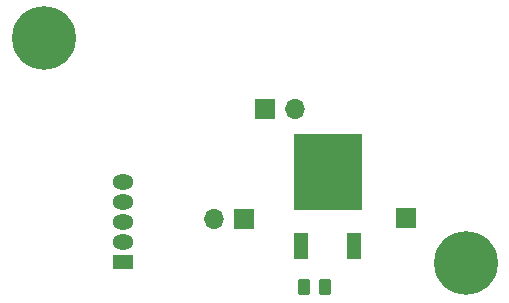
<source format=gbs>
G04 #@! TF.GenerationSoftware,KiCad,Pcbnew,(6.0.9)*
G04 #@! TF.CreationDate,2022-12-23T10:47:14+01:00*
G04 #@! TF.ProjectId,buck,6275636b-2e6b-4696-9361-645f70636258,rev?*
G04 #@! TF.SameCoordinates,Original*
G04 #@! TF.FileFunction,Soldermask,Bot*
G04 #@! TF.FilePolarity,Negative*
%FSLAX46Y46*%
G04 Gerber Fmt 4.6, Leading zero omitted, Abs format (unit mm)*
G04 Created by KiCad (PCBNEW (6.0.9)) date 2022-12-23 10:47:14*
%MOMM*%
%LPD*%
G01*
G04 APERTURE LIST*
G04 Aperture macros list*
%AMRoundRect*
0 Rectangle with rounded corners*
0 $1 Rounding radius*
0 $2 $3 $4 $5 $6 $7 $8 $9 X,Y pos of 4 corners*
0 Add a 4 corners polygon primitive as box body*
4,1,4,$2,$3,$4,$5,$6,$7,$8,$9,$2,$3,0*
0 Add four circle primitives for the rounded corners*
1,1,$1+$1,$2,$3*
1,1,$1+$1,$4,$5*
1,1,$1+$1,$6,$7*
1,1,$1+$1,$8,$9*
0 Add four rect primitives between the rounded corners*
20,1,$1+$1,$2,$3,$4,$5,0*
20,1,$1+$1,$4,$5,$6,$7,0*
20,1,$1+$1,$6,$7,$8,$9,0*
20,1,$1+$1,$8,$9,$2,$3,0*%
G04 Aperture macros list end*
%ADD10C,5.400000*%
%ADD11R,1.800000X1.275000*%
%ADD12O,1.800000X1.275000*%
%ADD13R,1.200000X2.200000*%
%ADD14R,5.800000X6.400000*%
%ADD15R,1.700000X1.700000*%
%ADD16O,1.700000X1.700000*%
%ADD17RoundRect,0.250000X0.262500X0.450000X-0.262500X0.450000X-0.262500X-0.450000X0.262500X-0.450000X0*%
G04 APERTURE END LIST*
D10*
X113538000Y-85979000D03*
X149225000Y-105029000D03*
D11*
X120245000Y-104900000D03*
D12*
X120245000Y-103200000D03*
X120245000Y-101500000D03*
X120245000Y-99800000D03*
X120245000Y-98100000D03*
D13*
X139822000Y-103558000D03*
D14*
X137542000Y-97258000D03*
D13*
X135262000Y-103558000D03*
D15*
X130459000Y-101264000D03*
D16*
X127919000Y-101264000D03*
D15*
X144145000Y-101219000D03*
D17*
X137334000Y-107061000D03*
X135509000Y-107061000D03*
D15*
X132207000Y-91948000D03*
D16*
X134747000Y-91948000D03*
M02*

</source>
